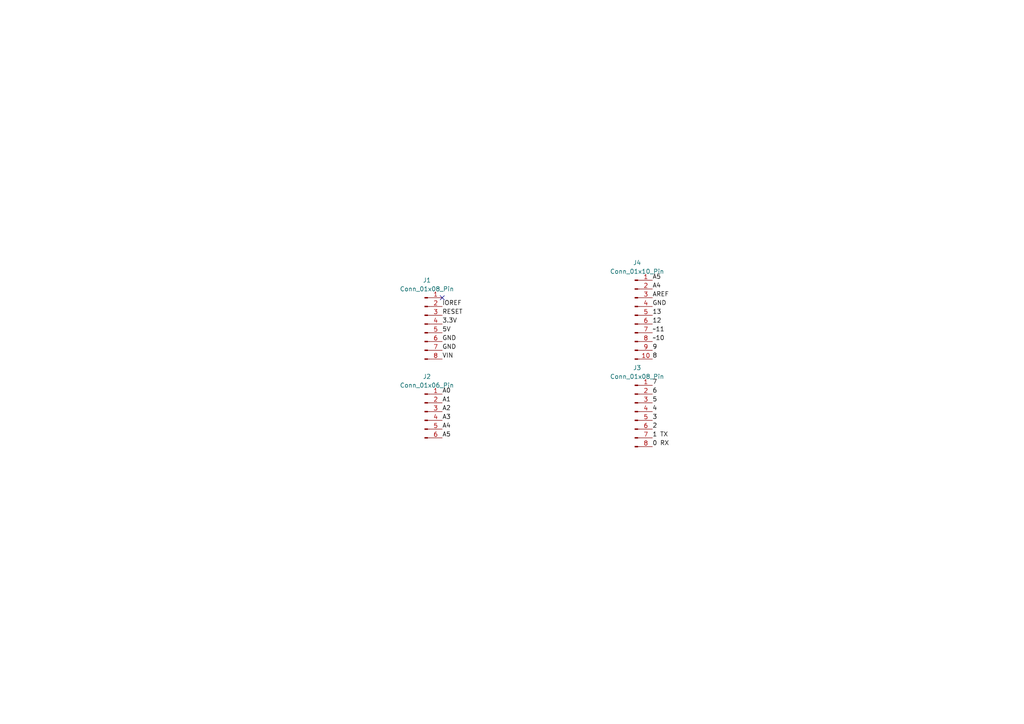
<source format=kicad_sch>
(kicad_sch (version 20230121) (generator eeschema)
  (paper "A4")
  (lib_symbols
    (symbol "Connector:Conn_01x06_Pin" (pin_names (offset 1.016) hide)
      (property "Reference" "J" (at 0 7.62 0))
      (property "Value" "Conn_01x06_Pin" (at 0 -10.16 0))
      (symbol "Conn_01x06_Pin_1_1"
        (polyline (pts (xy 1.27 -7.62) (xy 0.8636 -7.62)) (stroke (width 0.1524)))
        (polyline (pts (xy 1.27 -5.08) (xy 0.8636 -5.08)) (stroke (width 0.1524)))
        (polyline (pts (xy 1.27 -2.54) (xy 0.8636 -2.54)) (stroke (width 0.1524)))
        (polyline (pts (xy 1.27 0) (xy 0.8636 0)) (stroke (width 0.1524)))
        (polyline (pts (xy 1.27 2.54) (xy 0.8636 2.54)) (stroke (width 0.1524)))
        (polyline (pts (xy 1.27 5.08) (xy 0.8636 5.08)) (stroke (width 0.1524)))
        (rectangle (start 0.8636 -7.493) (end 0 -7.747) (stroke (width 0.1524)) (fill (type outline)))
        (rectangle (start 0.8636 -4.953) (end 0 -5.207) (stroke (width 0.1524)) (fill (type outline)))
        (rectangle (start 0.8636 -2.413) (end 0 -2.667) (stroke (width 0.1524)) (fill (type outline)))
        (rectangle (start 0.8636 0.127) (end 0 -0.127) (stroke (width 0.1524)) (fill (type outline)))
        (rectangle (start 0.8636 2.667) (end 0 2.413) (stroke (width 0.1524)) (fill (type outline)))
        (rectangle (start 0.8636 5.207) (end 0 4.953) (stroke (width 0.1524)) (fill (type outline)))
        (pin passive line (at 5.08 5.08 180) (length 3.81) (name "Pin_1") (number "1"))
        (pin passive line (at 5.08 2.54 180) (length 3.81) (name "Pin_2") (number "2"))
        (pin passive line (at 5.08 0 180) (length 3.81) (name "Pin_3") (number "3"))
        (pin passive line (at 5.08 -2.54 180) (length 3.81) (name "Pin_4") (number "4"))
        (pin passive line (at 5.08 -5.08 180) (length 3.81) (name "Pin_5") (number "5"))
        (pin passive line (at 5.08 -7.62 180) (length 3.81) (name "Pin_6") (number "6"))
      )
    )
    (symbol "Connector:Conn_01x08_Pin" (pin_names (offset 1.016) hide)
      (property "Reference" "J" (at 0 10.16 0))
      (property "Value" "Conn_01x08_Pin" (at 0 -12.7 0))
      (symbol "Conn_01x08_Pin_1_1"
        (polyline (pts (xy 1.27 -10.16) (xy 0.8636 -10.16)) (stroke (width 0.1524)))
        (polyline (pts (xy 1.27 -7.62) (xy 0.8636 -7.62)) (stroke (width 0.1524)))
        (polyline (pts (xy 1.27 -5.08) (xy 0.8636 -5.08)) (stroke (width 0.1524)))
        (polyline (pts (xy 1.27 -2.54) (xy 0.8636 -2.54)) (stroke (width 0.1524)))
        (polyline (pts (xy 1.27 0) (xy 0.8636 0)) (stroke (width 0.1524)))
        (polyline (pts (xy 1.27 2.54) (xy 0.8636 2.54)) (stroke (width 0.1524)))
        (polyline (pts (xy 1.27 5.08) (xy 0.8636 5.08)) (stroke (width 0.1524)))
        (polyline (pts (xy 1.27 7.62) (xy 0.8636 7.62)) (stroke (width 0.1524)))
        (rectangle (start 0.8636 -10.033) (end 0 -10.287) (stroke (width 0.1524)) (fill (type outline)))
        (rectangle (start 0.8636 -7.493) (end 0 -7.747) (stroke (width 0.1524)) (fill (type outline)))
        (rectangle (start 0.8636 -4.953) (end 0 -5.207) (stroke (width 0.1524)) (fill (type outline)))
        (rectangle (start 0.8636 -2.413) (end 0 -2.667) (stroke (width 0.1524)) (fill (type outline)))
        (rectangle (start 0.8636 0.127) (end 0 -0.127) (stroke (width 0.1524)) (fill (type outline)))
        (rectangle (start 0.8636 2.667) (end 0 2.413) (stroke (width 0.1524)) (fill (type outline)))
        (rectangle (start 0.8636 5.207) (end 0 4.953) (stroke (width 0.1524)) (fill (type outline)))
        (rectangle (start 0.8636 7.747) (end 0 7.493) (stroke (width 0.1524)) (fill (type outline)))
        (pin passive line (at 5.08 7.62 180) (length 3.81) (name "Pin_1") (number "1"))
        (pin passive line (at 5.08 5.08 180) (length 3.81) (name "Pin_2") (number "2"))
        (pin passive line (at 5.08 2.54 180) (length 3.81) (name "Pin_3") (number "3"))
        (pin passive line (at 5.08 0 180) (length 3.81) (name "Pin_4") (number "4"))
        (pin passive line (at 5.08 -2.54 180) (length 3.81) (name "Pin_5") (number "5"))
        (pin passive line (at 5.08 -5.08 180) (length 3.81) (name "Pin_6") (number "6"))
        (pin passive line (at 5.08 -7.62 180) (length 3.81) (name "Pin_7") (number "7"))
        (pin passive line (at 5.08 -10.16 180) (length 3.81) (name "Pin_8") (number "8"))
      )
    )
    (symbol "Connector:Conn_01x10_Pin" (pin_names (offset 1.016) hide)
      (property "Reference" "J" (at 0 12.7 0))
      (property "Value" "Conn_01x10_Pin" (at 0 -15.24 0))
      (symbol "Conn_01x10_Pin_1_1"
        (polyline (pts (xy 1.27 -12.7) (xy 0.8636 -12.7)) (stroke (width 0.1524)))
        (polyline (pts (xy 1.27 -10.16) (xy 0.8636 -10.16)) (stroke (width 0.1524)))
        (polyline (pts (xy 1.27 -7.62) (xy 0.8636 -7.62)) (stroke (width 0.1524)))
        (polyline (pts (xy 1.27 -5.08) (xy 0.8636 -5.08)) (stroke (width 0.1524)))
        (polyline (pts (xy 1.27 -2.54) (xy 0.8636 -2.54)) (stroke (width 0.1524)))
        (polyline (pts (xy 1.27 0) (xy 0.8636 0)) (stroke (width 0.1524)))
        (polyline (pts (xy 1.27 2.54) (xy 0.8636 2.54)) (stroke (width 0.1524)))
        (polyline (pts (xy 1.27 5.08) (xy 0.8636 5.08)) (stroke (width 0.1524)))
        (polyline (pts (xy 1.27 7.62) (xy 0.8636 7.62)) (stroke (width 0.1524)))
        (polyline (pts (xy 1.27 10.16) (xy 0.8636 10.16)) (stroke (width 0.1524)))
        (rectangle (start 0.8636 -12.573) (end 0 -12.827) (stroke (width 0.1524)) (fill (type outline)))
        (rectangle (start 0.8636 -10.033) (end 0 -10.287) (stroke (width 0.1524)) (fill (type outline)))
        (rectangle (start 0.8636 -7.493) (end 0 -7.747) (stroke (width 0.1524)) (fill (type outline)))
        (rectangle (start 0.8636 -4.953) (end 0 -5.207) (stroke (width 0.1524)) (fill (type outline)))
        (rectangle (start 0.8636 -2.413) (end 0 -2.667) (stroke (width 0.1524)) (fill (type outline)))
        (rectangle (start 0.8636 0.127) (end 0 -0.127) (stroke (width 0.1524)) (fill (type outline)))
        (rectangle (start 0.8636 2.667) (end 0 2.413) (stroke (width 0.1524)) (fill (type outline)))
        (rectangle (start 0.8636 5.207) (end 0 4.953) (stroke (width 0.1524)) (fill (type outline)))
        (rectangle (start 0.8636 7.747) (end 0 7.493) (stroke (width 0.1524)) (fill (type outline)))
        (rectangle (start 0.8636 10.287) (end 0 10.033) (stroke (width 0.1524)) (fill (type outline)))
        (pin passive line (at 5.08 10.16 180) (length 3.81) (name "Pin_1") (number "1"))
        (pin passive line (at 5.08 -12.7 180) (length 3.81) (name "Pin_10") (number "10"))
        (pin passive line (at 5.08 7.62 180) (length 3.81) (name "Pin_2") (number "2"))
        (pin passive line (at 5.08 5.08 180) (length 3.81) (name "Pin_3") (number "3"))
        (pin passive line (at 5.08 2.54 180) (length 3.81) (name "Pin_4") (number "4"))
        (pin passive line (at 5.08 0 180) (length 3.81) (name "Pin_5") (number "5"))
        (pin passive line (at 5.08 -2.54 180) (length 3.81) (name "Pin_6") (number "6"))
        (pin passive line (at 5.08 -5.08 180) (length 3.81) (name "Pin_7") (number "7"))
        (pin passive line (at 5.08 -7.62 180) (length 3.81) (name "Pin_8") (number "8"))
        (pin passive line (at 5.08 -10.16 180) (length 3.81) (name "Pin_9") (number "9"))
      )
    )
  )
  (no_connect (at 128.27 86.36))
  (label "GND" (at 128.27 101.6 0))
  (label "GND" (at 128.27 99.06 0))
  (label "0 RX" (at 189.23 129.54 0))
  (label "IOREF" (at 128.27 88.9 0))
  (label "A5" (at 189.23 81.28 0))
  (label "VIN" (at 128.27 104.14 0))
  (label "2" (at 189.23 124.46 0))
  (label "6" (at 189.23 114.3 0))
  (label "5V" (at 128.27 96.52 0))
  (label "A2" (at 128.27 119.38 0))
  (label "A3" (at 128.27 121.92 0))
  (label "A5" (at 128.27 127 0))
  (label "7" (at 189.23 111.76 0))
  (label "8" (at 189.23 104.14 0))
  (label "GND" (at 189.23 88.9 0))
  (label "A4" (at 128.27 124.46 0))
  (label "AREF" (at 189.23 86.36 0))
  (label "3.3V" (at 128.27 93.98 0))
  (label "RESET" (at 128.27 91.44 0))
  (label "9" (at 189.23 101.6 0))
  (label "~10" (at 189.23 99.06 0))
  (label "~11" (at 189.23 96.52 0))
  (label "13" (at 189.23 91.44 0))
  (label "A0" (at 128.27 114.3 0))
  (label "4" (at 189.23 119.38 0))
  (label "A4" (at 189.23 83.82 0))
  (label "A1" (at 128.27 116.84 0))
  (label "1 TX" (at 189.23 127 0))
  (label "5" (at 189.23 116.84 0))
  (label "3" (at 189.23 121.92 0))
  (label "12" (at 189.23 93.98 0))
  (symbol (lib_id "Connector:Conn_01x08_Pin") (at 184.15 119.38 0) (unit 1)
    (property "Reference" "J3" (at 184.785 106.68 0))
    (property "Value" "Conn_01x08_Pin" (at 184.785 109.22 0))
    (property "Footprint" "Connector_PinSocket_2.54mm:PinSocket_1x08_P2.54mm_Vertical" (effects hide))
  )
  (symbol (lib_id "Connector:Conn_01x06_Pin") (at 123.19 119.38 0) (unit 1)
    (property "Reference" "J2" (at 123.825 109.22 0))
    (property "Value" "Conn_01x06_Pin" (at 123.825 111.76 0))
    (property "Footprint" "Connector_PinSocket_2.54mm:PinSocket_1x06_P2.54mm_Vertical" (effects hide))
  )
  (symbol (lib_id "Connector:Conn_01x10_Pin") (at 184.15 91.44 0) (unit 1)
    (property "Reference" "J4" (at 184.785 76.2 0))
    (property "Value" "Conn_01x10_Pin" (at 184.785 78.74 0))
    (property "Footprint" "Connector_PinSocket_2.54mm:PinSocket_1x10_P2.54mm_Vertical" (effects hide))
  )
  (symbol (lib_id "Connector:Conn_01x08_Pin") (at 123.19 93.98 0) (unit 1)
    (property "Reference" "J1" (at 123.825 81.28 0))
    (property "Value" "Conn_01x08_Pin" (at 123.825 83.82 0))
    (property "Footprint" "Connector_PinSocket_2.54mm:PinSocket_1x08_P2.54mm_Vertical" (effects hide))
  )
)
</source>
